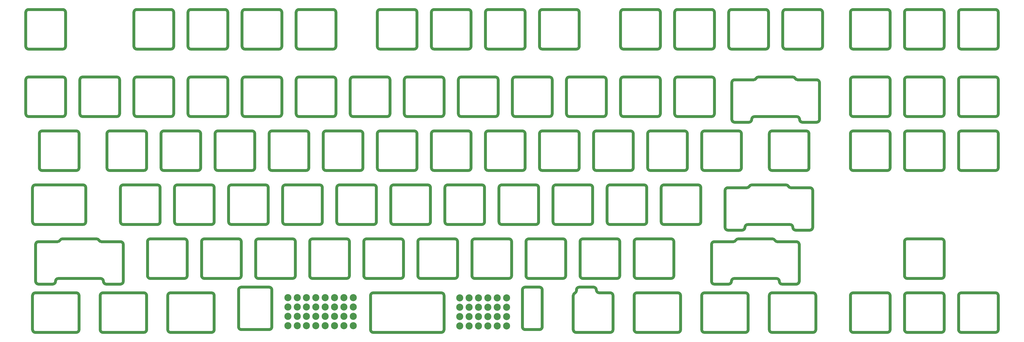
<source format=gbr>
%TF.GenerationSoftware,KiCad,Pcbnew,(5.1.9)-1*%
%TF.CreationDate,2021-02-08T19:17:30+01:00*%
%TF.ProjectId,P.01_ANSI,502e3031-5f41-44e5-9349-2e6b69636164,rev?*%
%TF.SameCoordinates,Original*%
%TF.FileFunction,Soldermask,Top*%
%TF.FilePolarity,Negative*%
%FSLAX46Y46*%
G04 Gerber Fmt 4.6, Leading zero omitted, Abs format (unit mm)*
G04 Created by KiCad (PCBNEW (5.1.9)-1) date 2021-02-08 19:17:30*
%MOMM*%
%LPD*%
G01*
G04 APERTURE LIST*
%ADD10C,1.000000*%
%ADD11C,2.500000*%
G04 APERTURE END LIST*
D10*
X104198699Y-132003802D02*
G75*
G02*
X103198699Y-133003802I-1000000J0D01*
G01*
X104198699Y-132003802D02*
X104198700Y-120003802D01*
X91198699Y-133003801D02*
X103198699Y-133003802D01*
X103198700Y-119003802D02*
X91198700Y-119003801D01*
X90198700Y-120003801D02*
X90198699Y-132003801D01*
X103198700Y-119003802D02*
G75*
G02*
X104198700Y-120003802I0J-1000000D01*
G01*
X91198699Y-133003801D02*
G75*
G02*
X90198699Y-132003801I0J1000000D01*
G01*
X90198700Y-120003801D02*
G75*
G02*
X91198700Y-119003801I1000000J0D01*
G01*
X66098699Y-132003800D02*
G75*
G02*
X65098699Y-133003800I-1000000J0D01*
G01*
X229311200Y-94903805D02*
X241311200Y-94903805D01*
X161636201Y-74853803D02*
X161636201Y-62853803D01*
X175636201Y-74853804D02*
G75*
G02*
X174636201Y-75853804I-1000000J0D01*
G01*
X266417950Y-100953806D02*
G75*
G02*
X267417950Y-101953806I0J-1000000D01*
G01*
X175636201Y-62853804D02*
X175636201Y-74853804D01*
X162636201Y-75853803D02*
G75*
G02*
X161636201Y-74853803I0J1000000D01*
G01*
X53098699Y-133003800D02*
G75*
G02*
X52098699Y-132003800I0J1000000D01*
G01*
X266417950Y-115953806D02*
X261417950Y-115953806D01*
X53098699Y-133003800D02*
X65098699Y-133003800D01*
X236541950Y-114953805D02*
X236541950Y-101953805D01*
X241311201Y-80903805D02*
G75*
G02*
X242311201Y-81903805I0J-1000000D01*
G01*
X65098700Y-119003800D02*
X53098700Y-119003800D01*
X237541950Y-100953805D02*
X244247899Y-100953805D01*
X242311200Y-93903805D02*
X242311201Y-81903805D01*
X136536199Y-138053802D02*
X112629949Y-138053802D01*
X242311200Y-93903805D02*
G75*
G02*
X241311200Y-94903805I-1000000J0D01*
G01*
X174636201Y-61853804D02*
G75*
G02*
X175636201Y-62853804I0J-1000000D01*
G01*
X123248699Y-132003802D02*
X123248700Y-120003802D01*
X259712001Y-100953806D02*
X266417950Y-100953806D01*
X136536200Y-138053802D02*
G75*
G02*
X137536199Y-139053803I-1J-1000000D01*
G01*
X137536199Y-151053803D02*
X137536199Y-139053803D01*
X137536199Y-151053802D02*
G75*
G02*
X136536199Y-152053802I-1000000J0D01*
G01*
X65098701Y-119003800D02*
G75*
G02*
X66098700Y-120003801I-1J-1000000D01*
G01*
X110248699Y-133003802D02*
G75*
G02*
X109248699Y-132003802I0J1000000D01*
G01*
X112629949Y-152053802D02*
X136536199Y-152053802D01*
X112629949Y-152053802D02*
G75*
G02*
X111629949Y-151053802I0J1000000D01*
G01*
X259712001Y-100953806D02*
G75*
G02*
X258845976Y-100453806I0J1000000D01*
G01*
X111629949Y-139053802D02*
X111629949Y-151053802D01*
X245113925Y-100453806D02*
G75*
G02*
X245979950Y-99953806I866025J-500000D01*
G01*
X259417950Y-113953806D02*
X244541950Y-113953806D01*
X259417950Y-113953806D02*
G75*
G02*
X260417950Y-114953806I0J-1000000D01*
G01*
X261417950Y-115953806D02*
G75*
G02*
X260417950Y-114953806I0J1000000D01*
G01*
X267417950Y-114953806D02*
G75*
G02*
X266417950Y-115953806I-1000000J0D01*
G01*
X245979950Y-99953806D02*
X257979950Y-99953806D01*
X257979950Y-99953805D02*
G75*
G02*
X258845976Y-100453806I0J-1000001D01*
G01*
X245113924Y-100453805D02*
G75*
G02*
X244247899Y-100953805I-866025J500000D01*
G01*
X237541950Y-115953805D02*
G75*
G02*
X236541950Y-114953805I0J1000000D01*
G01*
X228311201Y-81903805D02*
G75*
G02*
X229311201Y-80903805I1000000J0D01*
G01*
X110248699Y-133003802D02*
X122248699Y-133003802D01*
X52098700Y-120003800D02*
X52098699Y-132003800D01*
X111629949Y-139053802D02*
G75*
G02*
X112629949Y-138053802I1000000J0D01*
G01*
X160348699Y-133003803D02*
X148348699Y-133003803D01*
X161636201Y-62853803D02*
G75*
G02*
X162636201Y-61853803I1000000J0D01*
G01*
X161348699Y-132003803D02*
G75*
G02*
X160348699Y-133003803I-1000000J0D01*
G01*
X174636201Y-75853804D02*
X162636201Y-75853803D01*
X236541950Y-101953805D02*
G75*
G02*
X237541950Y-100953805I1000000J0D01*
G01*
X147348700Y-120003803D02*
G75*
G02*
X148348700Y-119003803I1000000J0D01*
G01*
X147348699Y-132003803D02*
X147348700Y-120003803D01*
X162636201Y-61853803D02*
X174636201Y-61853804D01*
X123248699Y-132003802D02*
G75*
G02*
X122248699Y-133003802I-1000000J0D01*
G01*
X229311200Y-94903805D02*
G75*
G02*
X228311200Y-93903805I0J1000000D01*
G01*
X267417950Y-101953806D02*
X267417950Y-114953806D01*
X241311201Y-80903805D02*
X229311201Y-80903805D01*
X160348700Y-119003803D02*
G75*
G02*
X161348700Y-120003803I0J-1000000D01*
G01*
X148348699Y-133003803D02*
G75*
G02*
X147348699Y-132003803I0J1000000D01*
G01*
X228311201Y-81903805D02*
X228311200Y-93903805D01*
X52098700Y-120003800D02*
G75*
G02*
X53098700Y-119003800I1000000J0D01*
G01*
X242541950Y-115953805D02*
X237541950Y-115953805D01*
X243541950Y-114953806D02*
G75*
G02*
X244541950Y-113953806I1000000J0D01*
G01*
X66098699Y-132003801D02*
X66098700Y-120003801D01*
X243541950Y-114953805D02*
G75*
G02*
X242541950Y-115953805I-1000000J0D01*
G01*
X161348700Y-120003803D02*
X161348699Y-132003803D01*
X148348700Y-119003803D02*
X160348700Y-119003803D01*
X23236201Y-62853799D02*
X23236201Y-74853799D01*
X231779450Y-121003805D02*
X231779449Y-134003805D01*
X254949500Y-120003806D02*
G75*
G02*
X254083475Y-119503806I0J1000000D01*
G01*
X23236201Y-74853799D02*
G75*
G02*
X22236201Y-75853799I-1000000J0D01*
G01*
X22236201Y-75853799D02*
X10236201Y-75853799D01*
X109248700Y-120003802D02*
X109248699Y-132003802D01*
X200736202Y-38041304D02*
X212736202Y-38041305D01*
X261655450Y-120003806D02*
G75*
G02*
X262655450Y-121003806I0J-1000000D01*
G01*
X109248700Y-120003802D02*
G75*
G02*
X110248700Y-119003802I1000000J0D01*
G01*
X42573700Y-100953800D02*
G75*
G02*
X43573700Y-99953800I1000000J0D01*
G01*
X66129948Y-151053801D02*
G75*
G02*
X65129949Y-150053800I1J1000000D01*
G01*
X213736202Y-39041305D02*
X213736202Y-51041305D01*
X43573700Y-113953800D02*
X55573700Y-113953800D01*
X42573700Y-100953800D02*
X42573700Y-112953800D01*
X55573700Y-99953800D02*
X43573700Y-99953800D01*
X262655449Y-134003806D02*
X262655450Y-121003806D01*
X9236201Y-74853799D02*
X9236201Y-62853799D01*
X253217450Y-119003806D02*
X241217450Y-119003805D01*
X253217450Y-119003806D02*
G75*
G02*
X254083475Y-119503806I0J-1000000D01*
G01*
X122248700Y-119003802D02*
X110248700Y-119003802D01*
X262655449Y-134003806D02*
G75*
G02*
X261655449Y-135003806I-1000000J0D01*
G01*
X122248700Y-119003802D02*
G75*
G02*
X123248700Y-120003802I0J-1000000D01*
G01*
X200736202Y-52041304D02*
G75*
G02*
X199736202Y-51041304I0J1000000D01*
G01*
X238779449Y-134003805D02*
G75*
G02*
X237779449Y-135003805I-1000000J0D01*
G01*
X171161202Y-39041303D02*
G75*
G02*
X172161202Y-38041303I1000000J0D01*
G01*
X212736202Y-52041305D02*
X200736202Y-52041304D01*
X213736202Y-51041305D02*
G75*
G02*
X212736202Y-52041305I-1000000J0D01*
G01*
X212736202Y-38041305D02*
G75*
G02*
X213736202Y-39041305I0J-1000000D01*
G01*
X55573700Y-99953800D02*
G75*
G02*
X56573700Y-100953800I0J-1000000D01*
G01*
X76886199Y-150053801D02*
G75*
G02*
X75886199Y-151053801I-1000000J0D01*
G01*
X9236201Y-62853799D02*
G75*
G02*
X10236201Y-61853799I1000000J0D01*
G01*
X56573700Y-112953800D02*
X56573700Y-100953800D01*
X172161202Y-38041303D02*
X184161202Y-38041304D01*
X184161202Y-52041304D02*
X172161202Y-52041303D01*
X239779449Y-133003805D02*
X254655449Y-133003806D01*
X256655449Y-135003806D02*
G75*
G02*
X255655449Y-134003806I0J1000000D01*
G01*
X22236201Y-61853799D02*
G75*
G02*
X23236201Y-62853799I0J-1000000D01*
G01*
X254655449Y-133003806D02*
G75*
G02*
X255655449Y-134003806I0J-1000000D01*
G01*
X10236201Y-75853799D02*
G75*
G02*
X9236201Y-74853799I0J1000000D01*
G01*
X199736202Y-39041304D02*
G75*
G02*
X200736202Y-38041304I1000000J0D01*
G01*
X256655449Y-135003806D02*
X261655449Y-135003806D01*
X199736202Y-51041304D02*
X199736202Y-39041304D01*
X261655450Y-120003806D02*
X254949500Y-120003806D01*
X75886199Y-136053801D02*
G75*
G02*
X76886199Y-137053801I0J-1000000D01*
G01*
X231779450Y-121003805D02*
G75*
G02*
X232779450Y-120003805I1000000J0D01*
G01*
X56573700Y-112953800D02*
G75*
G02*
X55573700Y-113953800I-1000000J0D01*
G01*
X185161202Y-51041304D02*
G75*
G02*
X184161202Y-52041304I-1000000J0D01*
G01*
X185161202Y-39041304D02*
X185161202Y-51041304D01*
X171161202Y-51041303D02*
X171161202Y-39041303D01*
X238779449Y-134003805D02*
G75*
G02*
X239779449Y-133003805I1000000J0D01*
G01*
X43573700Y-113953800D02*
G75*
G02*
X42573700Y-112953800I0J1000000D01*
G01*
X66129949Y-151053801D02*
X75886199Y-151053801D01*
X184161202Y-38041304D02*
G75*
G02*
X185161202Y-39041304I0J-1000000D01*
G01*
X172161202Y-52041303D02*
G75*
G02*
X171161202Y-51041303I0J1000000D01*
G01*
X75886199Y-136053801D02*
X66129949Y-136053801D01*
X76886199Y-150053801D02*
X76886199Y-137053801D01*
X10236201Y-61853799D02*
X22236201Y-61853799D01*
X232779449Y-135003805D02*
X237779449Y-135003805D01*
X65129949Y-137053800D02*
X65129949Y-150053800D01*
X239485399Y-120003805D02*
X232779450Y-120003805D01*
X240351424Y-119503805D02*
G75*
G02*
X239485399Y-120003805I-866025J500000D01*
G01*
X65129949Y-137053801D02*
G75*
G02*
X66129949Y-136053801I1000000J0D01*
G01*
X240351425Y-119503805D02*
G75*
G02*
X241217450Y-119003805I866025J-500000D01*
G01*
X232779449Y-135003805D02*
G75*
G02*
X231779449Y-134003805I0J1000000D01*
G01*
X8948700Y-93903799D02*
X8948701Y-81903799D01*
X7948701Y-80903799D02*
X-4051299Y-80903799D01*
X23530449Y-135003799D02*
X18530449Y-135003799D01*
X-7432550Y-100953798D02*
G75*
G02*
X-6432550Y-99953798I1000000J0D01*
G01*
X3186202Y-38041299D02*
G75*
G02*
X4186202Y-39041299I0J-1000000D01*
G01*
X-5345552Y-135003799D02*
G75*
G02*
X-6345551Y-134003798I1J1000000D01*
G01*
X2226425Y-119503799D02*
G75*
G02*
X3092450Y-119003799I866025J-500000D01*
G01*
X56573699Y-151053800D02*
G75*
G02*
X55573699Y-152053800I-1000000J0D01*
G01*
X-8813798Y-52041298D02*
X3186202Y-52041299D01*
X-8813799Y-61853798D02*
X3186201Y-61853799D01*
X-9813799Y-62853798D02*
G75*
G02*
X-8813799Y-61853798I1000000J0D01*
G01*
X-6345551Y-134003798D02*
X-6345550Y-121003798D01*
X23530450Y-120003799D02*
G75*
G02*
X24530450Y-121003799I0J-1000000D01*
G01*
X2226424Y-119503799D02*
G75*
G02*
X1360399Y-120003799I-866025J500000D01*
G01*
X654449Y-134003799D02*
G75*
G02*
X-345551Y-135003799I-1000000J0D01*
G01*
X-5345550Y-120003799D02*
X1360399Y-120003799D01*
X41192449Y-152053800D02*
G75*
G02*
X40192449Y-151053800I0J1000000D01*
G01*
X-345551Y-135003799D02*
X-5345551Y-135003799D01*
X16824500Y-120003799D02*
X23530450Y-120003799D01*
X16530449Y-133003799D02*
G75*
G02*
X17530449Y-134003799I0J-1000000D01*
G01*
X40192449Y-151053800D02*
X40192449Y-139053800D01*
X-6432550Y-113953798D02*
X10329950Y-113953799D01*
X18530449Y-135003799D02*
G75*
G02*
X17530449Y-134003799I0J1000000D01*
G01*
X7948701Y-80903799D02*
G75*
G02*
X8948701Y-81903799I0J-1000000D01*
G01*
X8948700Y-93903799D02*
G75*
G02*
X7948700Y-94903799I-1000000J0D01*
G01*
X-6345550Y-121003799D02*
G75*
G02*
X-5345550Y-120003799I1000000J0D01*
G01*
X-4051300Y-94903799D02*
X7948700Y-94903799D01*
X-5051299Y-81903799D02*
X-5051300Y-93903799D01*
X-5051299Y-81903799D02*
G75*
G02*
X-4051299Y-80903799I1000000J0D01*
G01*
X24530450Y-121003799D02*
X24530449Y-134003799D01*
X16824500Y-120003799D02*
G75*
G02*
X15958475Y-119503799I0J1000000D01*
G01*
X3186201Y-75853799D02*
X-8813799Y-75853798D01*
X-9813798Y-39041298D02*
X-9813798Y-51041298D01*
X-8813798Y-52041298D02*
G75*
G02*
X-9813798Y-51041298I0J1000000D01*
G01*
X-4051300Y-94903799D02*
G75*
G02*
X-5051300Y-93903799I0J1000000D01*
G01*
X4186202Y-51041299D02*
X4186202Y-39041299D01*
X4186202Y-51041299D02*
G75*
G02*
X3186202Y-52041299I-1000000J0D01*
G01*
X3186201Y-61853799D02*
G75*
G02*
X4186201Y-62853799I0J-1000000D01*
G01*
X15092450Y-119003799D02*
G75*
G02*
X15958475Y-119503799I0J-1000000D01*
G01*
X24530449Y-134003799D02*
G75*
G02*
X23530449Y-135003799I-1000000J0D01*
G01*
X-9813798Y-39041298D02*
G75*
G02*
X-8813798Y-38041298I1000000J0D01*
G01*
X3186202Y-38041299D02*
X-8813798Y-38041298D01*
X3092450Y-119003799D02*
X15092450Y-119003799D01*
X55573699Y-152053800D02*
X41192449Y-152053800D01*
X-9813799Y-74853798D02*
X-9813799Y-62853798D01*
X654449Y-134003799D02*
G75*
G02*
X1654449Y-133003799I1000000J0D01*
G01*
X16530449Y-133003799D02*
X1654449Y-133003799D01*
X4186201Y-62853799D02*
X4186201Y-74853799D01*
X-8813799Y-75853798D02*
G75*
G02*
X-9813799Y-74853798I0J1000000D01*
G01*
X32761199Y-151053800D02*
G75*
G02*
X31761199Y-152053800I-1000000J0D01*
G01*
X-6432550Y-113953798D02*
G75*
G02*
X-7432550Y-112953798I0J1000000D01*
G01*
X31761199Y-138053800D02*
G75*
G02*
X32761199Y-139053800I0J-1000000D01*
G01*
X17379949Y-152053799D02*
G75*
G02*
X16379949Y-151053799I0J1000000D01*
G01*
X31761199Y-152053800D02*
X17379949Y-152053799D01*
X32761199Y-139053800D02*
X32761199Y-151053800D01*
X10329950Y-99953799D02*
G75*
G02*
X11329950Y-100953799I0J-1000000D01*
G01*
X17379949Y-138053799D02*
X31761199Y-138053800D01*
X16379949Y-139053799D02*
G75*
G02*
X17379949Y-138053799I1000000J0D01*
G01*
X16379949Y-151053799D02*
X16379949Y-139053799D01*
X10329950Y-99953799D02*
X-6432550Y-99953798D01*
X11329950Y-112953799D02*
X11329950Y-100953799D01*
X11329950Y-112953799D02*
G75*
G02*
X10329950Y-113953799I-1000000J0D01*
G01*
X4186201Y-74853799D02*
G75*
G02*
X3186201Y-75853799I-1000000J0D01*
G01*
X-7432550Y-100953798D02*
X-7432550Y-112953798D01*
X229311199Y-152053805D02*
G75*
G02*
X228311199Y-151053805I0J1000000D01*
G01*
X294698700Y-93903807D02*
G75*
G02*
X293698700Y-94903807I-1000000J0D01*
G01*
X280698701Y-81903807D02*
G75*
G02*
X281698701Y-80903807I1000000J0D01*
G01*
X313748700Y-93903807D02*
G75*
G02*
X312748700Y-94903807I-1000000J0D01*
G01*
X300748700Y-94903807D02*
X312748700Y-94903807D01*
X280698701Y-81903807D02*
X280698700Y-93903807D01*
X312748699Y-138053807D02*
X300748699Y-138053807D01*
X55573699Y-138053800D02*
G75*
G02*
X56573699Y-139053800I0J-1000000D01*
G01*
X40192449Y-139053800D02*
G75*
G02*
X41192449Y-138053800I1000000J0D01*
G01*
X293698701Y-61853807D02*
X281698701Y-61853807D01*
X294698701Y-74853807D02*
X294698701Y-62853807D01*
X219879949Y-138053805D02*
G75*
G02*
X220879949Y-139053805I0J-1000000D01*
G01*
X300748702Y-52041307D02*
G75*
G02*
X299748702Y-51041307I0J1000000D01*
G01*
X313748699Y-151053807D02*
G75*
G02*
X312748699Y-152053807I-1000000J0D01*
G01*
X300748700Y-94903807D02*
G75*
G02*
X299748700Y-93903807I0J1000000D01*
G01*
X312748701Y-80903807D02*
G75*
G02*
X313748701Y-81903807I0J-1000000D01*
G01*
X313748700Y-93903807D02*
X313748701Y-81903807D01*
X293698701Y-80903807D02*
G75*
G02*
X294698701Y-81903807I0J-1000000D01*
G01*
X313748702Y-51041307D02*
X313748702Y-39041307D01*
X228311199Y-139053805D02*
G75*
G02*
X229311199Y-138053805I1000000J0D01*
G01*
X244692449Y-139053806D02*
X244692449Y-151053806D01*
X220879949Y-151053805D02*
G75*
G02*
X219879949Y-152053805I-1000000J0D01*
G01*
X299748702Y-39041307D02*
X299748702Y-51041307D01*
X56573699Y-139053800D02*
X56573699Y-151053800D01*
X294698700Y-93903807D02*
X294698701Y-81903807D01*
X312748702Y-38041307D02*
G75*
G02*
X313748702Y-39041307I0J-1000000D01*
G01*
X243692449Y-152053805D02*
X229311199Y-152053805D01*
X300748699Y-152053807D02*
X312748699Y-152053807D01*
X219879949Y-152053805D02*
X205498699Y-152053804D01*
X41192449Y-138053800D02*
X55573699Y-138053800D01*
X280698701Y-62853807D02*
G75*
G02*
X281698701Y-61853807I1000000J0D01*
G01*
X293698701Y-61853807D02*
G75*
G02*
X294698701Y-62853807I0J-1000000D01*
G01*
X294698701Y-74853807D02*
G75*
G02*
X293698701Y-75853807I-1000000J0D01*
G01*
X299748702Y-39041307D02*
G75*
G02*
X300748702Y-38041307I1000000J0D01*
G01*
X281698701Y-75853807D02*
X293698701Y-75853807D01*
X228311199Y-151053805D02*
X228311199Y-139053805D01*
X220879949Y-139053805D02*
X220879949Y-151053805D01*
X312748699Y-138053807D02*
G75*
G02*
X313748699Y-139053807I0J-1000000D01*
G01*
X280698701Y-62853807D02*
X280698701Y-74853807D01*
X313748699Y-151053807D02*
X313748699Y-139053807D01*
X244692449Y-151053805D02*
G75*
G02*
X243692449Y-152053805I-1000000J0D01*
G01*
X300748699Y-152053807D02*
G75*
G02*
X299748699Y-151053807I0J1000000D01*
G01*
X299748699Y-139053807D02*
X299748699Y-151053807D01*
X299748699Y-139053807D02*
G75*
G02*
X300748699Y-138053807I1000000J0D01*
G01*
X312748702Y-38041307D02*
X300748702Y-38041307D01*
X312748701Y-80903807D02*
X300748701Y-80903807D01*
X299748701Y-81903807D02*
X299748700Y-93903807D01*
X229311199Y-138053805D02*
X243692449Y-138053805D01*
X205498699Y-152053804D02*
G75*
G02*
X204498699Y-151053804I0J1000000D01*
G01*
X204498699Y-139053804D02*
G75*
G02*
X205498699Y-138053804I1000000J0D01*
G01*
X313748702Y-51041307D02*
G75*
G02*
X312748702Y-52041307I-1000000J0D01*
G01*
X293698701Y-80903807D02*
X281698701Y-80903807D01*
X299748701Y-81903807D02*
G75*
G02*
X300748701Y-80903807I1000000J0D01*
G01*
X243692450Y-138053805D02*
G75*
G02*
X244692449Y-139053806I-1J-1000000D01*
G01*
X281698700Y-94903807D02*
X293698700Y-94903807D01*
X281698700Y-94903807D02*
G75*
G02*
X280698700Y-93903807I0J1000000D01*
G01*
X300748702Y-52041307D02*
X312748702Y-52041307D01*
X204498699Y-151053804D02*
X204498699Y-139053804D01*
X205498699Y-138053804D02*
X219879949Y-138053805D01*
X281698701Y-75853807D02*
G75*
G02*
X280698701Y-74853807I0J1000000D01*
G01*
X318798701Y-81903808D02*
G75*
G02*
X319798701Y-80903808I1000000J0D01*
G01*
X331798699Y-152053808D02*
X319798699Y-152053808D01*
X294698699Y-151053807D02*
X294698699Y-139053807D01*
X318798700Y-93903808D02*
X318798701Y-81903808D01*
X281698699Y-152053807D02*
G75*
G02*
X280698699Y-151053807I0J1000000D01*
G01*
X319798700Y-94903808D02*
G75*
G02*
X318798700Y-93903808I0J1000000D01*
G01*
X331798702Y-38041308D02*
G75*
G02*
X332798702Y-39041308I0J-1000000D01*
G01*
X332798701Y-81903808D02*
X332798700Y-93903808D01*
X312748700Y-119003807D02*
G75*
G02*
X313748700Y-120003807I0J-1000000D01*
G01*
X294698699Y-151053807D02*
G75*
G02*
X293698699Y-152053807I-1000000J0D01*
G01*
X300748700Y-119003807D02*
X312748700Y-119003807D01*
X312748699Y-133003807D02*
X300748699Y-133003807D01*
X313748700Y-120003807D02*
X313748699Y-132003807D01*
X281698702Y-52041307D02*
G75*
G02*
X280698702Y-51041307I0J1000000D01*
G01*
X332798699Y-151053808D02*
G75*
G02*
X331798699Y-152053808I-1000000J0D01*
G01*
X331798701Y-80903808D02*
G75*
G02*
X332798701Y-81903808I0J-1000000D01*
G01*
X293698702Y-38041307D02*
X281698702Y-38041307D01*
X299748701Y-62853807D02*
G75*
G02*
X300748701Y-61853807I1000000J0D01*
G01*
X331798702Y-52041308D02*
X319798702Y-52041308D01*
X332798702Y-51041308D02*
G75*
G02*
X331798702Y-52041308I-1000000J0D01*
G01*
X332798699Y-139053808D02*
X332798699Y-151053808D01*
X332798702Y-39041308D02*
X332798702Y-51041308D01*
X318798699Y-139053808D02*
G75*
G02*
X319798699Y-138053808I1000000J0D01*
G01*
X319798702Y-38041308D02*
X331798702Y-38041308D01*
X331798699Y-138053808D02*
G75*
G02*
X332798699Y-139053808I0J-1000000D01*
G01*
X299748699Y-132003807D02*
X299748700Y-120003807D01*
X319798699Y-138053808D02*
X331798699Y-138053808D01*
X318798699Y-151053808D02*
X318798699Y-139053808D01*
X293698699Y-138053807D02*
X281698699Y-138053807D01*
X280698702Y-39041307D02*
G75*
G02*
X281698702Y-38041307I1000000J0D01*
G01*
X300748701Y-61853807D02*
X312748701Y-61853807D01*
X281698702Y-52041307D02*
X293698702Y-52041307D01*
X331798700Y-94903808D02*
X319798700Y-94903808D01*
X319798701Y-80903808D02*
X331798701Y-80903808D01*
X332798700Y-93903808D02*
G75*
G02*
X331798700Y-94903808I-1000000J0D01*
G01*
X319798699Y-152053808D02*
G75*
G02*
X318798699Y-151053808I0J1000000D01*
G01*
X299748700Y-120003807D02*
G75*
G02*
X300748700Y-119003807I1000000J0D01*
G01*
X280698702Y-39041307D02*
X280698702Y-51041307D01*
X294698702Y-51041307D02*
X294698702Y-39041307D01*
X313748701Y-62853807D02*
X313748701Y-74853807D01*
X293698702Y-38041307D02*
G75*
G02*
X294698702Y-39041307I0J-1000000D01*
G01*
X281698699Y-152053807D02*
X293698699Y-152053807D01*
X300748699Y-133003807D02*
G75*
G02*
X299748699Y-132003807I0J1000000D01*
G01*
X313748699Y-132003807D02*
G75*
G02*
X312748699Y-133003807I-1000000J0D01*
G01*
X280698699Y-139053807D02*
X280698699Y-151053807D01*
X294698702Y-51041307D02*
G75*
G02*
X293698702Y-52041307I-1000000J0D01*
G01*
X318798702Y-39041308D02*
G75*
G02*
X319798702Y-38041308I1000000J0D01*
G01*
X293698699Y-138053807D02*
G75*
G02*
X294698699Y-139053807I0J-1000000D01*
G01*
X280698699Y-139053807D02*
G75*
G02*
X281698699Y-138053807I1000000J0D01*
G01*
X319798702Y-52041308D02*
G75*
G02*
X318798702Y-51041308I0J1000000D01*
G01*
X318798702Y-51041308D02*
X318798702Y-39041308D01*
X312748701Y-61853807D02*
G75*
G02*
X313748701Y-62853807I0J-1000000D01*
G01*
X299748701Y-74853807D02*
X299748701Y-62853807D01*
X300748701Y-75853807D02*
G75*
G02*
X299748701Y-74853807I0J1000000D01*
G01*
X312748701Y-75853807D02*
X300748701Y-75853807D01*
X23523700Y-100953799D02*
G75*
G02*
X24523700Y-99953799I1000000J0D01*
G01*
X331798701Y-75853808D02*
X319798701Y-75853808D01*
X313748701Y-74853807D02*
G75*
G02*
X312748701Y-75853807I-1000000J0D01*
G01*
X332798701Y-74853808D02*
G75*
G02*
X331798701Y-75853808I-1000000J0D01*
G01*
X24523700Y-113953799D02*
G75*
G02*
X23523700Y-112953799I0J1000000D01*
G01*
X319798701Y-61853808D02*
X331798701Y-61853808D01*
X24523700Y-113953799D02*
X36523700Y-113953800D01*
X318798701Y-74853808D02*
X318798701Y-62853808D01*
X318798701Y-62853808D02*
G75*
G02*
X319798701Y-61853808I1000000J0D01*
G01*
X319798701Y-75853808D02*
G75*
G02*
X318798701Y-74853808I0J1000000D01*
G01*
X23523700Y-100953799D02*
X23523700Y-112953799D01*
X331798701Y-61853808D02*
G75*
G02*
X332798701Y-62853808I0J-1000000D01*
G01*
X332798701Y-62853808D02*
X332798701Y-74853808D01*
X37523700Y-112953800D02*
G75*
G02*
X36523700Y-113953800I-1000000J0D01*
G01*
X36523700Y-99953800D02*
G75*
G02*
X37523700Y-100953800I0J-1000000D01*
G01*
X37523700Y-112953800D02*
X37523700Y-100953800D01*
X36523700Y-99953800D02*
X24523700Y-99953799D01*
X239923201Y-77853805D02*
G75*
G02*
X238923201Y-76853805I0J1000000D01*
G01*
X245923201Y-76853806D02*
G75*
G02*
X244923201Y-77853806I-1000000J0D01*
G01*
X268799201Y-62853806D02*
X262093252Y-62853806D01*
X268799201Y-62853806D02*
G75*
G02*
X269799201Y-63853806I0J-1000000D01*
G01*
X245923201Y-76853806D02*
G75*
G02*
X246923201Y-75853806I1000000J0D01*
G01*
X269799201Y-76853806D02*
G75*
G02*
X268799201Y-77853806I-1000000J0D01*
G01*
X263799201Y-77853806D02*
G75*
G02*
X262799201Y-76853806I0J1000000D01*
G01*
X239923201Y-77853805D02*
X244923201Y-77853806D01*
X238923201Y-63853805D02*
G75*
G02*
X239923201Y-62853805I1000000J0D01*
G01*
X246629150Y-62853806D02*
X239923201Y-62853805D01*
X238923201Y-63853805D02*
X238923201Y-76853805D01*
X247495175Y-62353806D02*
G75*
G02*
X246629150Y-62853806I-866025J500000D01*
G01*
X261799201Y-75853806D02*
G75*
G02*
X262799201Y-76853806I0J-1000000D01*
G01*
X260361201Y-61853806D02*
X248361201Y-61853806D01*
X269799201Y-76853806D02*
X269799201Y-63853806D01*
X247495176Y-62353806D02*
G75*
G02*
X248361201Y-61853806I866025J-500000D01*
G01*
X260361201Y-61853805D02*
G75*
G02*
X261227227Y-62353806I0J-1000001D01*
G01*
X262093252Y-62853806D02*
G75*
G02*
X261227227Y-62353806I0J1000000D01*
G01*
X263799201Y-77853806D02*
X268799201Y-77853806D01*
X246923201Y-75853806D02*
X261799201Y-75853806D01*
X-6432551Y-152053798D02*
G75*
G02*
X-7432551Y-151053798I0J1000000D01*
G01*
X7948699Y-138053799D02*
X-6432551Y-138053798D01*
X8948699Y-151053799D02*
X8948699Y-139053799D01*
X-7432551Y-139053798D02*
X-7432551Y-151053798D01*
X-7432551Y-139053798D02*
G75*
G02*
X-6432551Y-138053798I1000000J0D01*
G01*
X8948699Y-151053799D02*
G75*
G02*
X7948699Y-152053799I-1000000J0D01*
G01*
X-6432551Y-152053798D02*
X7948699Y-152053799D01*
X238836202Y-52041305D02*
G75*
G02*
X237836202Y-51041305I0J1000000D01*
G01*
X257886202Y-52041306D02*
G75*
G02*
X256886202Y-51041306I0J1000000D01*
G01*
X256886202Y-39041306D02*
G75*
G02*
X257886202Y-38041306I1000000J0D01*
G01*
X33048700Y-120003800D02*
X33048699Y-132003800D01*
X266123701Y-81903806D02*
X266123700Y-93903806D01*
X269886202Y-38041306D02*
X257886202Y-38041306D01*
X85436202Y-39041301D02*
G75*
G02*
X86436202Y-38041301I1000000J0D01*
G01*
X251836202Y-51041306D02*
G75*
G02*
X250836202Y-52041306I-1000000J0D01*
G01*
X47048699Y-132003800D02*
G75*
G02*
X46048699Y-133003800I-1000000J0D01*
G01*
X250836202Y-52041306D02*
X238836202Y-52041305D01*
X127011202Y-38041302D02*
G75*
G02*
X128011202Y-39041302I0J-1000000D01*
G01*
X98436202Y-38041301D02*
G75*
G02*
X99436202Y-39041301I0J-1000000D01*
G01*
X238836202Y-38041305D02*
X250836202Y-38041306D01*
X204211200Y-93903804D02*
G75*
G02*
X203211200Y-94903804I-1000000J0D01*
G01*
X227023700Y-99953805D02*
G75*
G02*
X228023700Y-100953805I0J-1000000D01*
G01*
X7948699Y-138053799D02*
G75*
G02*
X8948699Y-139053799I0J-1000000D01*
G01*
X269886202Y-38041306D02*
G75*
G02*
X270886202Y-39041306I0J-1000000D01*
G01*
X251836202Y-39041306D02*
X251836202Y-51041306D01*
X204211201Y-81903804D02*
X204211200Y-93903804D01*
X33048700Y-120003800D02*
G75*
G02*
X34048700Y-119003800I1000000J0D01*
G01*
X228023700Y-112953805D02*
X228023700Y-100953805D01*
X228023700Y-112953805D02*
G75*
G02*
X227023700Y-113953805I-1000000J0D01*
G01*
X214023700Y-100953805D02*
X214023700Y-112953805D01*
X237836202Y-39041305D02*
G75*
G02*
X238836202Y-38041305I1000000J0D01*
G01*
X265123701Y-80903806D02*
G75*
G02*
X266123701Y-81903806I0J-1000000D01*
G01*
X127011202Y-52041302D02*
X115011202Y-52041302D01*
X46048700Y-119003800D02*
G75*
G02*
X47048700Y-120003800I0J-1000000D01*
G01*
X46048700Y-119003800D02*
X34048700Y-119003800D01*
X47048699Y-132003800D02*
X47048700Y-120003800D01*
X191211200Y-94903804D02*
G75*
G02*
X190211200Y-93903804I0J1000000D01*
G01*
X34048699Y-133003800D02*
X46048699Y-133003800D01*
X190211201Y-81903804D02*
G75*
G02*
X191211201Y-80903804I1000000J0D01*
G01*
X99436202Y-51041301D02*
G75*
G02*
X98436202Y-52041301I-1000000J0D01*
G01*
X98436202Y-52041301D02*
X86436202Y-52041301D01*
X190211200Y-93903804D02*
X190211201Y-81903804D01*
X203211200Y-94903804D02*
X191211200Y-94903804D01*
X265123700Y-94903806D02*
X253123700Y-94903806D01*
X115011202Y-38041302D02*
X127011202Y-38041302D01*
X191211201Y-80903804D02*
X203211201Y-80903804D01*
X253123700Y-94903806D02*
G75*
G02*
X252123700Y-93903806I0J1000000D01*
G01*
X128011202Y-51041302D02*
G75*
G02*
X127011202Y-52041302I-1000000J0D01*
G01*
X215023700Y-113953805D02*
X227023700Y-113953805D01*
X215023700Y-113953805D02*
G75*
G02*
X214023700Y-112953805I0J1000000D01*
G01*
X270886202Y-51041306D02*
G75*
G02*
X269886202Y-52041306I-1000000J0D01*
G01*
X214023700Y-100953805D02*
G75*
G02*
X215023700Y-99953805I1000000J0D01*
G01*
X256886202Y-39041306D02*
X256886202Y-51041306D01*
X128011202Y-39041302D02*
X128011202Y-51041302D01*
X270886202Y-51041306D02*
X270886202Y-39041306D01*
X203211201Y-80903804D02*
G75*
G02*
X204211201Y-81903804I0J-1000000D01*
G01*
X252123701Y-81903806D02*
G75*
G02*
X253123701Y-80903806I1000000J0D01*
G01*
X253123701Y-80903806D02*
X265123701Y-80903806D01*
X34048699Y-133003800D02*
G75*
G02*
X33048699Y-132003800I0J1000000D01*
G01*
X86436202Y-38041301D02*
X98436202Y-38041301D01*
X250836202Y-38041306D02*
G75*
G02*
X251836202Y-39041306I0J-1000000D01*
G01*
X85436202Y-51041301D02*
X85436202Y-39041301D01*
X252123700Y-93903806D02*
X252123701Y-81903806D01*
X114011202Y-39041302D02*
G75*
G02*
X115011202Y-38041302I1000000J0D01*
G01*
X266123700Y-93903806D02*
G75*
G02*
X265123700Y-94903806I-1000000J0D01*
G01*
X86436202Y-52041301D02*
G75*
G02*
X85436202Y-51041301I0J1000000D01*
G01*
X115011202Y-52041302D02*
G75*
G02*
X114011202Y-51041302I0J1000000D01*
G01*
X237836202Y-51041305D02*
X237836202Y-39041305D01*
X114011202Y-51041302D02*
X114011202Y-39041302D01*
X227023700Y-99953805D02*
X215023700Y-99953805D01*
X257886202Y-52041306D02*
X269886202Y-52041306D01*
X132773700Y-112953802D02*
G75*
G02*
X131773700Y-113953802I-1000000J0D01*
G01*
X132773700Y-100953802D02*
X132773700Y-112953802D01*
X28286202Y-39041299D02*
G75*
G02*
X29286202Y-38041299I1000000J0D01*
G01*
X42286202Y-51041300D02*
G75*
G02*
X41286202Y-52041300I-1000000J0D01*
G01*
X42286202Y-51041300D02*
X42286202Y-39041300D01*
X99436202Y-39041301D02*
X99436202Y-51041301D01*
X108961200Y-93903802D02*
G75*
G02*
X107961200Y-94903802I-1000000J0D01*
G01*
X232786202Y-51041305D02*
G75*
G02*
X231786202Y-52041305I-1000000J0D01*
G01*
X95961200Y-94903801D02*
X107961200Y-94903802D01*
X94961201Y-81903801D02*
X94961200Y-93903801D01*
X218786202Y-39041305D02*
G75*
G02*
X219786202Y-38041305I1000000J0D01*
G01*
X185448700Y-120003804D02*
X185448699Y-132003804D01*
X28286202Y-39041299D02*
X28286202Y-51041299D01*
X95961200Y-94903801D02*
G75*
G02*
X94961200Y-93903801I0J1000000D01*
G01*
X94961201Y-81903801D02*
G75*
G02*
X95961201Y-80903801I1000000J0D01*
G01*
X232786202Y-39041305D02*
X232786202Y-51041305D01*
X41286202Y-38041300D02*
X29286202Y-38041299D01*
X119773700Y-113953802D02*
G75*
G02*
X118773700Y-112953802I0J1000000D01*
G01*
X131773700Y-113953802D02*
X119773700Y-113953802D01*
X107961201Y-80903802D02*
X95961201Y-80903801D01*
X166111200Y-93903803D02*
G75*
G02*
X165111200Y-94903803I-1000000J0D01*
G01*
X186448699Y-133003804D02*
X198448699Y-133003804D01*
X107961201Y-80903802D02*
G75*
G02*
X108961201Y-81903802I0J-1000000D01*
G01*
X165111201Y-80903803D02*
G75*
G02*
X166111201Y-81903803I0J-1000000D01*
G01*
X172129949Y-150053803D02*
G75*
G02*
X171129949Y-151053803I-1000000J0D01*
G01*
X108961200Y-93903802D02*
X108961201Y-81903802D01*
X172129949Y-150053803D02*
X172129949Y-137053803D01*
X166129949Y-151053803D02*
X171129949Y-151053803D01*
X199448699Y-132003804D02*
G75*
G02*
X198448699Y-133003804I-1000000J0D01*
G01*
X231786202Y-38041305D02*
G75*
G02*
X232786202Y-39041305I0J-1000000D01*
G01*
X223261200Y-93903805D02*
G75*
G02*
X222261200Y-94903805I-1000000J0D01*
G01*
X166129949Y-151053803D02*
G75*
G02*
X165129949Y-150053803I0J1000000D01*
G01*
X165129949Y-137053803D02*
X165129949Y-150053803D01*
X152111201Y-81903803D02*
G75*
G02*
X153111201Y-80903803I1000000J0D01*
G01*
X210261200Y-94903805D02*
G75*
G02*
X209261200Y-93903805I0J1000000D01*
G01*
X153111200Y-94903803D02*
G75*
G02*
X152111200Y-93903803I0J1000000D01*
G01*
X186448699Y-133003804D02*
G75*
G02*
X185448699Y-132003804I0J1000000D01*
G01*
X152111201Y-81903803D02*
X152111200Y-93903803D01*
X41286202Y-38041300D02*
G75*
G02*
X42286202Y-39041300I0J-1000000D01*
G01*
X165129949Y-137053803D02*
G75*
G02*
X166129949Y-136053803I1000000J0D01*
G01*
X153111200Y-94903803D02*
X165111200Y-94903803D01*
X171129949Y-136053803D02*
X166129949Y-136053803D01*
X231786202Y-52041305D02*
X219786202Y-52041305D01*
X171129949Y-136053803D02*
G75*
G02*
X172129949Y-137053803I0J-1000000D01*
G01*
X131773700Y-99953802D02*
G75*
G02*
X132773700Y-100953802I0J-1000000D01*
G01*
X219786202Y-38041305D02*
X231786202Y-38041305D01*
X222261201Y-80903805D02*
X210261201Y-80903805D01*
X165111201Y-80903803D02*
X153111201Y-80903803D01*
X198448700Y-119003804D02*
X186448700Y-119003804D01*
X222261201Y-80903805D02*
G75*
G02*
X223261201Y-81903805I0J-1000000D01*
G01*
X199448699Y-132003804D02*
X199448700Y-120003804D01*
X209261201Y-81903805D02*
X209261200Y-93903805D01*
X29286202Y-52041299D02*
X41286202Y-52041300D01*
X218786202Y-51041305D02*
X218786202Y-39041305D01*
X166111200Y-93903803D02*
X166111201Y-81903803D01*
X119773700Y-99953802D02*
X131773700Y-99953802D01*
X223261200Y-93903805D02*
X223261201Y-81903805D01*
X29286202Y-52041299D02*
G75*
G02*
X28286202Y-51041299I0J1000000D01*
G01*
X198448700Y-119003804D02*
G75*
G02*
X199448700Y-120003804I0J-1000000D01*
G01*
X210261200Y-94903805D02*
X222261200Y-94903805D01*
X118773700Y-100953802D02*
G75*
G02*
X119773700Y-99953802I1000000J0D01*
G01*
X118773700Y-112953802D02*
X118773700Y-100953802D01*
X185448700Y-120003804D02*
G75*
G02*
X186448700Y-119003804I1000000J0D01*
G01*
X219786202Y-52041305D02*
G75*
G02*
X218786202Y-51041305I0J1000000D01*
G01*
X105486201Y-75853802D02*
G75*
G02*
X104486201Y-74853802I0J1000000D01*
G01*
X112723700Y-99953802D02*
G75*
G02*
X113723700Y-100953802I0J-1000000D01*
G01*
X113723700Y-112953802D02*
X113723700Y-100953802D01*
X213736201Y-62853805D02*
X213736201Y-74853805D01*
X117486201Y-75853802D02*
X105486201Y-75853802D01*
X118486201Y-74853802D02*
G75*
G02*
X117486201Y-75853802I-1000000J0D01*
G01*
X133061201Y-81903802D02*
G75*
G02*
X134061201Y-80903802I1000000J0D01*
G01*
X142298699Y-132003803D02*
G75*
G02*
X141298699Y-133003803I-1000000J0D01*
G01*
X212736201Y-61853805D02*
G75*
G02*
X213736201Y-62853805I0J-1000000D01*
G01*
X142298699Y-132003803D02*
X142298700Y-120003803D01*
X128298700Y-120003802D02*
X128298699Y-132003802D01*
X199736201Y-62853804D02*
G75*
G02*
X200736201Y-61853804I1000000J0D01*
G01*
X105486201Y-61853802D02*
X117486201Y-61853802D01*
X199736201Y-74853804D02*
X199736201Y-62853804D01*
X194973700Y-100953804D02*
X194973700Y-112953804D01*
X118486201Y-62853802D02*
X118486201Y-74853802D01*
X200736201Y-75853804D02*
G75*
G02*
X199736201Y-74853804I0J1000000D01*
G01*
X196067449Y-138053804D02*
G75*
G02*
X197067449Y-139053804I0J-1000000D01*
G01*
X133061200Y-93903802D02*
X133061201Y-81903802D01*
X134061200Y-94903802D02*
G75*
G02*
X133061200Y-93903802I0J1000000D01*
G01*
X195973700Y-113953804D02*
G75*
G02*
X194973700Y-112953804I0J1000000D01*
G01*
X104486201Y-62853802D02*
G75*
G02*
X105486201Y-61853802I1000000J0D01*
G01*
X183067449Y-139053804D02*
G75*
G02*
X183626824Y-138156113I1000000J0D01*
G01*
X190186199Y-136053804D02*
G75*
G02*
X191186199Y-137053804I0J-1000000D01*
G01*
X194973700Y-100953804D02*
G75*
G02*
X195973700Y-99953804I1000000J0D01*
G01*
X207973700Y-99953804D02*
X195973700Y-99953804D01*
X192186199Y-138053804D02*
G75*
G02*
X191186199Y-137053804I0J1000000D01*
G01*
X207973701Y-99953804D02*
G75*
G02*
X208973700Y-100953805I-1J-1000000D01*
G01*
X208973700Y-112953805D02*
X208973700Y-100953805D01*
X208973700Y-112953804D02*
G75*
G02*
X207973700Y-113953804I-1000000J0D01*
G01*
X195973700Y-113953804D02*
X207973700Y-113953804D01*
X128298700Y-120003802D02*
G75*
G02*
X129298700Y-119003802I1000000J0D01*
G01*
X190186199Y-136053804D02*
X185186199Y-136053804D01*
X100723700Y-113953801D02*
G75*
G02*
X99723700Y-112953801I0J1000000D01*
G01*
X129298699Y-133003802D02*
X141298699Y-133003803D01*
X184186200Y-137258421D02*
G75*
G02*
X183626824Y-138156113I-1000001J0D01*
G01*
X184067449Y-152053804D02*
G75*
G02*
X183067449Y-151053804I0J1000000D01*
G01*
X213736201Y-74853805D02*
G75*
G02*
X212736201Y-75853805I-1000000J0D01*
G01*
X183067449Y-139053804D02*
X183067449Y-151053804D01*
X200736201Y-61853804D02*
X212736201Y-61853805D01*
X129298699Y-133003802D02*
G75*
G02*
X128298699Y-132003802I0J1000000D01*
G01*
X184186199Y-137053804D02*
X184186199Y-137258421D01*
X184186199Y-137053804D02*
G75*
G02*
X185186199Y-136053804I1000000J0D01*
G01*
X212736201Y-75853805D02*
X200736201Y-75853804D01*
X197067449Y-151053804D02*
X197067449Y-139053804D01*
X113723700Y-112953802D02*
G75*
G02*
X112723700Y-113953802I-1000000J0D01*
G01*
X196067449Y-138053804D02*
X192186199Y-138053804D01*
X99723700Y-100953801D02*
X99723700Y-112953801D01*
X112723700Y-99953802D02*
X100723700Y-99953801D01*
X197067449Y-151053804D02*
G75*
G02*
X196067449Y-152053804I-1000000J0D01*
G01*
X100723700Y-113953801D02*
X112723700Y-113953802D01*
X117486201Y-61853802D02*
G75*
G02*
X118486201Y-62853802I0J-1000000D01*
G01*
X141298700Y-119003803D02*
X129298700Y-119003802D01*
X104486201Y-74853802D02*
X104486201Y-62853802D01*
X141298700Y-119003803D02*
G75*
G02*
X142298700Y-120003803I0J-1000000D01*
G01*
X184067449Y-152053804D02*
X196067449Y-152053804D01*
X99723700Y-100953801D02*
G75*
G02*
X100723700Y-99953801I1000000J0D01*
G01*
X137536201Y-74853802D02*
G75*
G02*
X136536201Y-75853802I-1000000J0D01*
G01*
X128011200Y-93903802D02*
G75*
G02*
X127011200Y-94903802I-1000000J0D01*
G01*
X115011200Y-94903802D02*
X127011200Y-94903802D01*
X146061202Y-38041303D02*
G75*
G02*
X147061202Y-39041303I0J-1000000D01*
G01*
X134061202Y-52041302D02*
X146061202Y-52041303D01*
X134061202Y-52041302D02*
G75*
G02*
X133061202Y-51041302I0J1000000D01*
G01*
X147061202Y-51041303D02*
X147061202Y-39041303D01*
X137536201Y-62853803D02*
X137536201Y-74853803D01*
X76911200Y-94903801D02*
G75*
G02*
X75911200Y-93903801I0J1000000D01*
G01*
X146061202Y-38041303D02*
X134061202Y-38041302D01*
X75911201Y-81903801D02*
X75911200Y-93903801D01*
X133061202Y-39041302D02*
X133061202Y-51041302D01*
X75911201Y-81903801D02*
G75*
G02*
X76911201Y-80903801I1000000J0D01*
G01*
X171161201Y-81903803D02*
G75*
G02*
X172161201Y-80903803I1000000J0D01*
G01*
X124536201Y-75853802D02*
G75*
G02*
X123536201Y-74853802I0J1000000D01*
G01*
X185161201Y-81903804D02*
X185161200Y-93903804D01*
X184161201Y-80903804D02*
G75*
G02*
X185161201Y-81903804I0J-1000000D01*
G01*
X185161200Y-93903804D02*
G75*
G02*
X184161200Y-94903804I-1000000J0D01*
G01*
X89911200Y-93903801D02*
G75*
G02*
X88911200Y-94903801I-1000000J0D01*
G01*
X114011201Y-81903802D02*
G75*
G02*
X115011201Y-80903802I1000000J0D01*
G01*
X88911201Y-80903801D02*
G75*
G02*
X89911201Y-81903801I0J-1000000D01*
G01*
X127011201Y-80903802D02*
X115011201Y-80903802D01*
X147061202Y-51041303D02*
G75*
G02*
X146061202Y-52041303I-1000000J0D01*
G01*
X88911201Y-80903801D02*
X76911201Y-80903801D01*
X171161200Y-93903803D02*
X171161201Y-81903803D01*
X115011200Y-94903802D02*
G75*
G02*
X114011200Y-93903802I0J1000000D01*
G01*
X76911200Y-94903801D02*
X88911200Y-94903801D01*
X128011200Y-93903802D02*
X128011201Y-81903802D01*
X184161200Y-94903804D02*
X172161200Y-94903803D01*
X172161200Y-94903803D02*
G75*
G02*
X171161200Y-93903803I0J1000000D01*
G01*
X89911200Y-93903801D02*
X89911201Y-81903801D01*
X133061202Y-39041302D02*
G75*
G02*
X134061202Y-38041302I1000000J0D01*
G01*
X136536201Y-75853802D02*
X124536201Y-75853802D01*
X172161201Y-80903803D02*
X184161201Y-80903804D01*
X114011201Y-81903802D02*
X114011200Y-93903802D01*
X127011201Y-80903802D02*
G75*
G02*
X128011201Y-81903802I0J-1000000D01*
G01*
X124536201Y-61853802D02*
X136536201Y-61853802D01*
X123536201Y-62853802D02*
G75*
G02*
X124536201Y-61853802I1000000J0D01*
G01*
X123536201Y-74853802D02*
X123536201Y-62853802D01*
X165111202Y-38041303D02*
X153111202Y-38041303D01*
X252123699Y-151053806D02*
X252123699Y-139053806D01*
X150823700Y-99953803D02*
G75*
G02*
X151823700Y-100953803I0J-1000000D01*
G01*
X268504949Y-151053806D02*
G75*
G02*
X267504949Y-152053806I-1000000J0D01*
G01*
X138823700Y-99953803D02*
X150823700Y-99953803D01*
X151823700Y-100953803D02*
X151823700Y-112953803D01*
X253123699Y-152053806D02*
G75*
G02*
X252123699Y-151053806I0J1000000D01*
G01*
X75623700Y-112953801D02*
X75623700Y-100953801D01*
X74623700Y-99953801D02*
G75*
G02*
X75623700Y-100953801I0J-1000000D01*
G01*
X137823700Y-112953803D02*
X137823700Y-100953803D01*
X80673700Y-100953801D02*
G75*
G02*
X81673700Y-99953801I1000000J0D01*
G01*
X75623700Y-112953801D02*
G75*
G02*
X74623700Y-113953801I-1000000J0D01*
G01*
X143586201Y-61853803D02*
X155586201Y-61853803D01*
X80673700Y-112953801D02*
X80673700Y-100953801D01*
X142586201Y-74853803D02*
X142586201Y-62853803D01*
X134061201Y-80903802D02*
X146061201Y-80903803D01*
X165111202Y-38041303D02*
G75*
G02*
X166111202Y-39041303I0J-1000000D01*
G01*
X138823700Y-113953803D02*
G75*
G02*
X137823700Y-112953803I0J1000000D01*
G01*
X150823700Y-113953803D02*
X138823700Y-113953803D01*
X151823700Y-112953803D02*
G75*
G02*
X150823700Y-113953803I-1000000J0D01*
G01*
X152111202Y-39041303D02*
X152111202Y-51041303D01*
X94673700Y-112953801D02*
G75*
G02*
X93673700Y-113953801I-1000000J0D01*
G01*
X166111202Y-51041303D02*
X166111202Y-39041303D01*
X166111202Y-51041303D02*
G75*
G02*
X165111202Y-52041303I-1000000J0D01*
G01*
X153111202Y-52041303D02*
X165111202Y-52041303D01*
X153111202Y-52041303D02*
G75*
G02*
X152111202Y-51041303I0J1000000D01*
G01*
X147061200Y-93903803D02*
G75*
G02*
X146061200Y-94903803I-1000000J0D01*
G01*
X81673700Y-99953801D02*
X93673700Y-99953801D01*
X156586201Y-62853803D02*
X156586201Y-74853803D01*
X156586201Y-74853803D02*
G75*
G02*
X155586201Y-75853803I-1000000J0D01*
G01*
X146061201Y-80903803D02*
G75*
G02*
X147061201Y-81903803I0J-1000000D01*
G01*
X253123699Y-138053806D02*
X267504949Y-138053806D01*
X74623700Y-99953801D02*
X62623700Y-99953800D01*
X93673700Y-113953801D02*
X81673700Y-113953801D01*
X61623700Y-100953800D02*
G75*
G02*
X62623700Y-99953800I1000000J0D01*
G01*
X267504949Y-138053806D02*
G75*
G02*
X268504949Y-139053806I0J-1000000D01*
G01*
X152111202Y-39041303D02*
G75*
G02*
X153111202Y-38041303I1000000J0D01*
G01*
X81673700Y-113953801D02*
G75*
G02*
X80673700Y-112953801I0J1000000D01*
G01*
X94673700Y-100953801D02*
X94673700Y-112953801D01*
X93673700Y-99953801D02*
G75*
G02*
X94673700Y-100953801I0J-1000000D01*
G01*
X268504949Y-139053806D02*
X268504949Y-151053806D01*
X62623700Y-113953800D02*
X74623700Y-113953801D01*
X267504949Y-152053806D02*
X253123699Y-152053806D01*
X62623700Y-113953800D02*
G75*
G02*
X61623700Y-112953800I0J1000000D01*
G01*
X155586201Y-61853803D02*
G75*
G02*
X156586201Y-62853803I0J-1000000D01*
G01*
X142586201Y-62853803D02*
G75*
G02*
X143586201Y-61853803I1000000J0D01*
G01*
X143586201Y-75853803D02*
G75*
G02*
X142586201Y-74853803I0J1000000D01*
G01*
X252123699Y-139053806D02*
G75*
G02*
X253123699Y-138053806I1000000J0D01*
G01*
X146061200Y-94903803D02*
X134061200Y-94903802D01*
X155586201Y-75853803D02*
X143586201Y-75853803D01*
X147061201Y-81903803D02*
X147061200Y-93903803D01*
X137823700Y-100953803D02*
G75*
G02*
X138823700Y-99953803I1000000J0D01*
G01*
X61623700Y-100953800D02*
X61623700Y-112953800D01*
X136536202Y-61853802D02*
G75*
G02*
X137536201Y-62853803I-1J-1000000D01*
G01*
X194686201Y-62853804D02*
X194686201Y-74853804D01*
X29286201Y-75853799D02*
G75*
G02*
X28286201Y-74853799I0J1000000D01*
G01*
X28286201Y-62853799D02*
X28286201Y-74853799D01*
X66386202Y-39041301D02*
X66386202Y-51041301D01*
X181686201Y-61853804D02*
X193686201Y-61853804D01*
X28286201Y-62853799D02*
G75*
G02*
X29286201Y-61853799I1000000J0D01*
G01*
X79386202Y-38041301D02*
G75*
G02*
X80386202Y-39041301I0J-1000000D01*
G01*
X41286201Y-61853800D02*
X29286201Y-61853799D01*
X66386202Y-39041301D02*
G75*
G02*
X67386202Y-38041301I1000000J0D01*
G01*
X179398700Y-119003804D02*
X167398700Y-119003803D01*
X217498699Y-133003805D02*
X205498699Y-133003804D01*
X205498700Y-119003804D02*
X217498700Y-119003805D01*
X175923700Y-100953804D02*
G75*
G02*
X176923700Y-99953804I1000000J0D01*
G01*
X179398700Y-119003804D02*
G75*
G02*
X180398700Y-120003804I0J-1000000D01*
G01*
X47336201Y-62853800D02*
X47336201Y-74853800D01*
X79386201Y-61853801D02*
X67386201Y-61853801D01*
X80386201Y-74853801D02*
X80386201Y-62853801D01*
X204498700Y-120003804D02*
G75*
G02*
X205498700Y-119003804I1000000J0D01*
G01*
X175923700Y-112953804D02*
X175923700Y-100953804D01*
X41286201Y-61853800D02*
G75*
G02*
X42286201Y-62853800I0J-1000000D01*
G01*
X176923700Y-99953804D02*
X188923700Y-99953804D01*
X188923700Y-113953804D02*
X176923700Y-113953804D01*
X189923700Y-112953804D02*
G75*
G02*
X188923700Y-113953804I-1000000J0D01*
G01*
X80386202Y-51041301D02*
G75*
G02*
X79386202Y-52041301I-1000000J0D01*
G01*
X166398700Y-120003803D02*
X166398699Y-132003803D01*
X67386202Y-52041301D02*
X79386202Y-52041301D01*
X67386201Y-75853801D02*
G75*
G02*
X66386201Y-74853801I0J1000000D01*
G01*
X66386201Y-62853801D02*
X66386201Y-74853801D01*
X60336201Y-61853800D02*
X48336201Y-61853800D01*
X167398699Y-133003803D02*
G75*
G02*
X166398699Y-132003803I0J1000000D01*
G01*
X61336201Y-74853800D02*
X61336201Y-62853800D01*
X61336201Y-74853800D02*
G75*
G02*
X60336201Y-75853800I-1000000J0D01*
G01*
X218498700Y-120003805D02*
X218498699Y-132003805D01*
X218498699Y-132003805D02*
G75*
G02*
X217498699Y-133003805I-1000000J0D01*
G01*
X180686201Y-62853804D02*
G75*
G02*
X181686201Y-61853804I1000000J0D01*
G01*
X60336201Y-61853800D02*
G75*
G02*
X61336201Y-62853800I0J-1000000D01*
G01*
X47336201Y-62853800D02*
G75*
G02*
X48336201Y-61853800I1000000J0D01*
G01*
X194686201Y-74853804D02*
G75*
G02*
X193686201Y-75853804I-1000000J0D01*
G01*
X205498699Y-133003804D02*
G75*
G02*
X204498699Y-132003804I0J1000000D01*
G01*
X217498700Y-119003805D02*
G75*
G02*
X218498700Y-120003805I0J-1000000D01*
G01*
X193686201Y-61853804D02*
G75*
G02*
X194686201Y-62853804I0J-1000000D01*
G01*
X176923700Y-113953804D02*
G75*
G02*
X175923700Y-112953804I0J1000000D01*
G01*
X48336201Y-75853800D02*
X60336201Y-75853800D01*
X181686201Y-75853804D02*
G75*
G02*
X180686201Y-74853804I0J1000000D01*
G01*
X204498699Y-132003804D02*
X204498700Y-120003804D01*
X188923700Y-99953804D02*
G75*
G02*
X189923700Y-100953804I0J-1000000D01*
G01*
X180398699Y-132003804D02*
X180398700Y-120003804D01*
X48336201Y-75853800D02*
G75*
G02*
X47336201Y-74853800I0J1000000D01*
G01*
X166398700Y-120003803D02*
G75*
G02*
X167398700Y-119003803I1000000J0D01*
G01*
X180398699Y-132003804D02*
G75*
G02*
X179398699Y-133003804I-1000000J0D01*
G01*
X189923700Y-100953804D02*
X189923700Y-112953804D01*
X79386202Y-38041301D02*
X67386202Y-38041301D01*
X66386201Y-62853801D02*
G75*
G02*
X67386201Y-61853801I1000000J0D01*
G01*
X79386201Y-61853801D02*
G75*
G02*
X80386201Y-62853801I0J-1000000D01*
G01*
X80386201Y-74853801D02*
G75*
G02*
X79386201Y-75853801I-1000000J0D01*
G01*
X80386202Y-51041301D02*
X80386202Y-39041301D01*
X42286201Y-74853800D02*
X42286201Y-62853800D01*
X67386202Y-52041301D02*
G75*
G02*
X66386202Y-51041301I0J1000000D01*
G01*
X67386201Y-75853801D02*
X79386201Y-75853801D01*
X167398699Y-133003803D02*
X179398699Y-133003804D01*
X180686201Y-74853804D02*
X180686201Y-62853804D01*
X193686201Y-75853804D02*
X181686201Y-75853804D01*
X42286201Y-74853800D02*
G75*
G02*
X41286201Y-75853800I-1000000J0D01*
G01*
X29286201Y-75853799D02*
X41286201Y-75853800D01*
X32761200Y-93903800D02*
X32761201Y-81903800D01*
X32761200Y-93903800D02*
G75*
G02*
X31761200Y-94903800I-1000000J0D01*
G01*
X209261201Y-81903805D02*
G75*
G02*
X210261201Y-80903805I1000000J0D01*
G01*
X18761201Y-81903799D02*
G75*
G02*
X19761201Y-80903799I1000000J0D01*
G01*
X31761201Y-80903800D02*
X19761201Y-80903799D01*
X31761201Y-80903800D02*
G75*
G02*
X32761201Y-81903800I0J-1000000D01*
G01*
X19761200Y-94903799D02*
X31761200Y-94903800D01*
X85148699Y-132003801D02*
X85148700Y-120003801D01*
X56861201Y-81903800D02*
G75*
G02*
X57861201Y-80903800I1000000J0D01*
G01*
X69861201Y-80903801D02*
X57861201Y-80903800D01*
X231786201Y-61853805D02*
G75*
G02*
X232786201Y-62853805I0J-1000000D01*
G01*
X218786201Y-74853805D02*
X218786201Y-62853805D01*
X219786201Y-75853805D02*
G75*
G02*
X218786201Y-74853805I0J1000000D01*
G01*
X219786201Y-61853805D02*
X231786201Y-61853805D01*
X72148699Y-133003801D02*
X84148699Y-133003801D01*
X85436201Y-74853801D02*
X85436201Y-62853801D01*
X85148699Y-132003801D02*
G75*
G02*
X84148699Y-133003801I-1000000J0D01*
G01*
X71148700Y-120003801D02*
G75*
G02*
X72148700Y-119003801I1000000J0D01*
G01*
X37811201Y-81903800D02*
G75*
G02*
X38811201Y-80903800I1000000J0D01*
G01*
X50811201Y-80903800D02*
X38811201Y-80903800D01*
X232786201Y-62853805D02*
X232786201Y-74853805D01*
X19761200Y-94903799D02*
G75*
G02*
X18761200Y-93903799I0J1000000D01*
G01*
X231786201Y-75853805D02*
X219786201Y-75853805D01*
X50811201Y-80903800D02*
G75*
G02*
X51811201Y-81903800I0J-1000000D01*
G01*
X48336202Y-52041300D02*
G75*
G02*
X47336202Y-51041300I0J1000000D01*
G01*
X18761201Y-81903799D02*
X18761200Y-93903799D01*
X170873700Y-100953803D02*
X170873700Y-112953803D01*
X169873700Y-99953803D02*
G75*
G02*
X170873700Y-100953803I0J-1000000D01*
G01*
X157873700Y-99953803D02*
X169873700Y-99953803D01*
X84148700Y-119003801D02*
X72148700Y-119003801D01*
X157873700Y-113953803D02*
G75*
G02*
X156873700Y-112953803I0J1000000D01*
G01*
X48336202Y-38041300D02*
X60336202Y-38041300D01*
X156873700Y-100953803D02*
G75*
G02*
X157873700Y-99953803I1000000J0D01*
G01*
X47336202Y-39041300D02*
G75*
G02*
X48336202Y-38041300I1000000J0D01*
G01*
X156873700Y-112953803D02*
X156873700Y-100953803D01*
X86436201Y-61853801D02*
X98436201Y-61853801D01*
X169873700Y-113953803D02*
X157873700Y-113953803D01*
X85436201Y-62853801D02*
G75*
G02*
X86436201Y-61853801I1000000J0D01*
G01*
X170873700Y-112953803D02*
G75*
G02*
X169873700Y-113953803I-1000000J0D01*
G01*
X98436201Y-61853801D02*
G75*
G02*
X99436201Y-62853801I0J-1000000D01*
G01*
X60336202Y-38041300D02*
G75*
G02*
X61336202Y-39041300I0J-1000000D01*
G01*
X86436201Y-75853801D02*
G75*
G02*
X85436201Y-74853801I0J1000000D01*
G01*
X38811200Y-94903800D02*
G75*
G02*
X37811200Y-93903800I0J1000000D01*
G01*
X72148699Y-133003801D02*
G75*
G02*
X71148699Y-132003801I0J1000000D01*
G01*
X61336202Y-39041300D02*
X61336202Y-51041300D01*
X70861200Y-93903801D02*
G75*
G02*
X69861200Y-94903801I-1000000J0D01*
G01*
X51811200Y-93903800D02*
G75*
G02*
X50811200Y-94903800I-1000000J0D01*
G01*
X57861200Y-94903800D02*
X69861200Y-94903801D01*
X218786201Y-62853805D02*
G75*
G02*
X219786201Y-61853805I1000000J0D01*
G01*
X71148700Y-120003801D02*
X71148699Y-132003801D01*
X47336202Y-51041300D02*
X47336202Y-39041300D01*
X60336202Y-52041300D02*
X48336202Y-52041300D01*
X51811200Y-93903800D02*
X51811201Y-81903800D01*
X61336202Y-51041300D02*
G75*
G02*
X60336202Y-52041300I-1000000J0D01*
G01*
X69861201Y-80903801D02*
G75*
G02*
X70861201Y-81903801I0J-1000000D01*
G01*
X70861200Y-93903801D02*
X70861201Y-81903801D01*
X37811201Y-81903800D02*
X37811200Y-93903800D01*
X56861201Y-81903800D02*
X56861200Y-93903800D01*
X38811200Y-94903800D02*
X50811200Y-94903800D01*
X232786201Y-74853805D02*
G75*
G02*
X231786201Y-75853805I-1000000J0D01*
G01*
X84148700Y-119003801D02*
G75*
G02*
X85148700Y-120003801I0J-1000000D01*
G01*
X98436201Y-75853801D02*
X86436201Y-75853801D01*
X99436201Y-62853801D02*
X99436201Y-74853801D01*
X99436201Y-74853801D02*
G75*
G02*
X98436201Y-75853801I-1000000J0D01*
G01*
X57861200Y-94903800D02*
G75*
G02*
X56861200Y-93903800I0J1000000D01*
G01*
D11*
%TO.C,REF\u002A\u002A*%
X143040100Y-149771100D03*
%TD*%
%TO.C,REF\u002A\u002A*%
X159540100Y-143171100D03*
%TD*%
%TO.C,REF\u002A\u002A*%
X159540100Y-146471100D03*
%TD*%
%TO.C,REF\u002A\u002A*%
X159540100Y-149771100D03*
%TD*%
%TO.C,REF\u002A\u002A*%
X156240100Y-139871100D03*
%TD*%
%TO.C,REF\u002A\u002A*%
X152940100Y-146471100D03*
%TD*%
%TO.C,REF\u002A\u002A*%
X149640100Y-143171100D03*
%TD*%
%TO.C,REF\u002A\u002A*%
X156240100Y-143171100D03*
%TD*%
%TO.C,REF\u002A\u002A*%
X156240100Y-149771100D03*
%TD*%
%TO.C,REF\u002A\u002A*%
X152940100Y-149771100D03*
%TD*%
%TO.C,REF\u002A\u002A*%
X149640100Y-146471100D03*
%TD*%
%TO.C,REF\u002A\u002A*%
X152940100Y-139871100D03*
%TD*%
%TO.C,REF\u002A\u002A*%
X146340100Y-139871100D03*
%TD*%
%TO.C,REF\u002A\u002A*%
X146340100Y-149771100D03*
%TD*%
%TO.C,REF\u002A\u002A*%
X152940100Y-143171100D03*
%TD*%
%TO.C,REF\u002A\u002A*%
X146340100Y-143171100D03*
%TD*%
%TO.C,REF\u002A\u002A*%
X159540100Y-139871100D03*
%TD*%
%TO.C,REF\u002A\u002A*%
X143040100Y-139871100D03*
%TD*%
%TO.C,REF\u002A\u002A*%
X143040100Y-143171100D03*
%TD*%
%TO.C,REF\u002A\u002A*%
X149640100Y-139871100D03*
%TD*%
%TO.C,REF\u002A\u002A*%
X146340100Y-146471100D03*
%TD*%
%TO.C,REF\u002A\u002A*%
X149640100Y-149771100D03*
%TD*%
%TO.C,REF\u002A\u002A*%
X156240100Y-146471100D03*
%TD*%
%TO.C,REF\u002A\u002A*%
X143040100Y-146471100D03*
%TD*%
%TO.C,REF\u002A\u002A*%
X105586500Y-139794900D03*
%TD*%
%TO.C,REF\u002A\u002A*%
X105586500Y-143094900D03*
%TD*%
%TO.C,REF\u002A\u002A*%
X105586500Y-146394900D03*
%TD*%
%TO.C,REF\u002A\u002A*%
X105586500Y-149694900D03*
%TD*%
%TO.C,REF\u002A\u002A*%
X102286500Y-139794900D03*
%TD*%
%TO.C,REF\u002A\u002A*%
X102286500Y-143094900D03*
%TD*%
%TO.C,REF\u002A\u002A*%
X102286500Y-146394900D03*
%TD*%
%TO.C,REF\u002A\u002A*%
X102286500Y-149694900D03*
%TD*%
%TO.C,REF\u002A\u002A*%
X98986500Y-139794900D03*
%TD*%
%TO.C,REF\u002A\u002A*%
X98986500Y-143094900D03*
%TD*%
%TO.C,REF\u002A\u002A*%
X98986500Y-146394900D03*
%TD*%
%TO.C,REF\u002A\u002A*%
X98986500Y-149694900D03*
%TD*%
%TO.C,REF\u002A\u002A*%
X95686500Y-139794900D03*
%TD*%
%TO.C,REF\u002A\u002A*%
X95686500Y-143094900D03*
%TD*%
%TO.C,REF\u002A\u002A*%
X95686500Y-146394900D03*
%TD*%
%TO.C,REF\u002A\u002A*%
X95686500Y-149694900D03*
%TD*%
%TO.C,REF\u002A\u002A*%
X92386500Y-139794900D03*
%TD*%
%TO.C,REF\u002A\u002A*%
X92386500Y-143094900D03*
%TD*%
%TO.C,REF\u002A\u002A*%
X92386500Y-146394900D03*
%TD*%
%TO.C,REF\u002A\u002A*%
X92386500Y-149694900D03*
%TD*%
%TO.C,REF\u002A\u002A*%
X89086500Y-139794900D03*
%TD*%
%TO.C,REF\u002A\u002A*%
X89086500Y-143094900D03*
%TD*%
%TO.C,REF\u002A\u002A*%
X89086500Y-146394900D03*
%TD*%
%TO.C,REF\u002A\u002A*%
X89086500Y-149694900D03*
%TD*%
%TO.C,REF\u002A\u002A*%
X85786500Y-139794900D03*
%TD*%
%TO.C,REF\u002A\u002A*%
X85786500Y-143094900D03*
%TD*%
%TO.C,REF\u002A\u002A*%
X85786500Y-146394900D03*
%TD*%
%TO.C,REF\u002A\u002A*%
X85786500Y-149694900D03*
%TD*%
%TO.C,REF\u002A\u002A*%
X82486500Y-139794900D03*
%TD*%
%TO.C,REF\u002A\u002A*%
X82486500Y-143094900D03*
%TD*%
%TO.C,REF\u002A\u002A*%
X82486500Y-146394900D03*
%TD*%
%TO.C,REF\u002A\u002A*%
X82486500Y-149694900D03*
%TD*%
M02*

</source>
